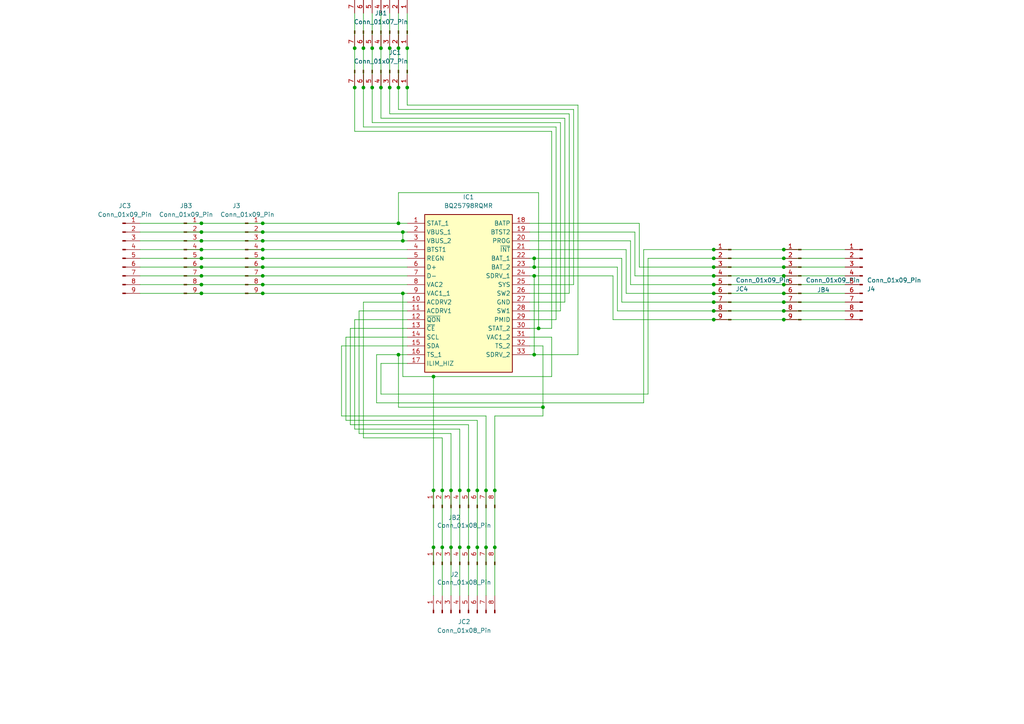
<source format=kicad_sch>
(kicad_sch (version 20231120) (generator "eeschema") (generator_version "8.0")
  (paper "A4")
  (lib_symbols
    (symbol "Connector:Conn_01x07_Pin" (pin_names (offset 1.016) hide)
      (property "Reference" "J" (at 0 10.16 0))
      (property "Value" "Conn_01x07_Pin" (at 0 -10.16 0))
      (symbol "Conn_01x07_Pin_1_1"
        (polyline (pts (xy 1.27 -7.62) (xy 0.8636 -7.62)) (stroke (width 0.1524)))
        (polyline (pts (xy 1.27 -5.08) (xy 0.8636 -5.08)) (stroke (width 0.1524)))
        (polyline (pts (xy 1.27 -2.54) (xy 0.8636 -2.54)) (stroke (width 0.1524)))
        (polyline (pts (xy 1.27 0) (xy 0.8636 0)) (stroke (width 0.1524)))
        (polyline (pts (xy 1.27 2.54) (xy 0.8636 2.54)) (stroke (width 0.1524)))
        (polyline (pts (xy 1.27 5.08) (xy 0.8636 5.08)) (stroke (width 0.1524)))
        (polyline (pts (xy 1.27 7.62) (xy 0.8636 7.62)) (stroke (width 0.1524)))
        (rectangle (start 0.8636 -7.493) (end 0 -7.747) (stroke (width 0.1524)) (fill (type outline)))
        (rectangle (start 0.8636 -4.953) (end 0 -5.207) (stroke (width 0.1524)) (fill (type outline)))
        (rectangle (start 0.8636 -2.413) (end 0 -2.667) (stroke (width 0.1524)) (fill (type outline)))
        (rectangle (start 0.8636 0.127) (end 0 -0.127) (stroke (width 0.1524)) (fill (type outline)))
        (rectangle (start 0.8636 2.667) (end 0 2.413) (stroke (width 0.1524)) (fill (type outline)))
        (rectangle (start 0.8636 5.207) (end 0 4.953) (stroke (width 0.1524)) (fill (type outline)))
        (rectangle (start 0.8636 7.747) (end 0 7.493) (stroke (width 0.1524)) (fill (type outline)))
        (pin passive line (at 5.08 7.62 180) (length 3.81) (name "Pin_1") (number "1"))
        (pin passive line (at 5.08 5.08 180) (length 3.81) (name "Pin_2") (number "2"))
        (pin passive line (at 5.08 2.54 180) (length 3.81) (name "Pin_3") (number "3"))
        (pin passive line (at 5.08 0 180) (length 3.81) (name "Pin_4") (number "4"))
        (pin passive line (at 5.08 -2.54 180) (length 3.81) (name "Pin_5") (number "5"))
        (pin passive line (at 5.08 -5.08 180) (length 3.81) (name "Pin_6") (number "6"))
        (pin passive line (at 5.08 -7.62 180) (length 3.81) (name "Pin_7") (number "7"))
      )
    )
    (symbol "Connector:Conn_01x08_Pin" (pin_names (offset 1.016) hide)
      (property "Reference" "J" (at 0 10.16 0))
      (property "Value" "Conn_01x08_Pin" (at 0 -12.7 0))
      (symbol "Conn_01x08_Pin_1_1"
        (polyline (pts (xy 1.27 -10.16) (xy 0.8636 -10.16)) (stroke (width 0.1524)))
        (polyline (pts (xy 1.27 -7.62) (xy 0.8636 -7.62)) (stroke (width 0.1524)))
        (polyline (pts (xy 1.27 -5.08) (xy 0.8636 -5.08)) (stroke (width 0.1524)))
        (polyline (pts (xy 1.27 -2.54) (xy 0.8636 -2.54)) (stroke (width 0.1524)))
        (polyline (pts (xy 1.27 0) (xy 0.8636 0)) (stroke (width 0.1524)))
        (polyline (pts (xy 1.27 2.54) (xy 0.8636 2.54)) (stroke (width 0.1524)))
        (polyline (pts (xy 1.27 5.08) (xy 0.8636 5.08)) (stroke (width 0.1524)))
        (polyline (pts (xy 1.27 7.62) (xy 0.8636 7.62)) (stroke (width 0.1524)))
        (rectangle (start 0.8636 -10.033) (end 0 -10.287) (stroke (width 0.1524)) (fill (type outline)))
        (rectangle (start 0.8636 -7.493) (end 0 -7.747) (stroke (width 0.1524)) (fill (type outline)))
        (rectangle (start 0.8636 -4.953) (end 0 -5.207) (stroke (width 0.1524)) (fill (type outline)))
        (rectangle (start 0.8636 -2.413) (end 0 -2.667) (stroke (width 0.1524)) (fill (type outline)))
        (rectangle (start 0.8636 0.127) (end 0 -0.127) (stroke (width 0.1524)) (fill (type outline)))
        (rectangle (start 0.8636 2.667) (end 0 2.413) (stroke (width 0.1524)) (fill (type outline)))
        (rectangle (start 0.8636 5.207) (end 0 4.953) (stroke (width 0.1524)) (fill (type outline)))
        (rectangle (start 0.8636 7.747) (end 0 7.493) (stroke (width 0.1524)) (fill (type outline)))
        (pin passive line (at 5.08 7.62 180) (length 3.81) (name "Pin_1") (number "1"))
        (pin passive line (at 5.08 5.08 180) (length 3.81) (name "Pin_2") (number "2"))
        (pin passive line (at 5.08 2.54 180) (length 3.81) (name "Pin_3") (number "3"))
        (pin passive line (at 5.08 0 180) (length 3.81) (name "Pin_4") (number "4"))
        (pin passive line (at 5.08 -2.54 180) (length 3.81) (name "Pin_5") (number "5"))
        (pin passive line (at 5.08 -5.08 180) (length 3.81) (name "Pin_6") (number "6"))
        (pin passive line (at 5.08 -7.62 180) (length 3.81) (name "Pin_7") (number "7"))
        (pin passive line (at 5.08 -10.16 180) (length 3.81) (name "Pin_8") (number "8"))
      )
    )
    (symbol "Connector:Conn_01x09_Pin" (pin_names (offset 1.016) hide)
      (property "Reference" "J" (at 0 12.7 0))
      (property "Value" "Conn_01x09_Pin" (at 0 -12.7 0))
      (symbol "Conn_01x09_Pin_1_1"
        (polyline (pts (xy 1.27 -10.16) (xy 0.8636 -10.16)) (stroke (width 0.1524)))
        (polyline (pts (xy 1.27 -7.62) (xy 0.8636 -7.62)) (stroke (width 0.1524)))
        (polyline (pts (xy 1.27 -5.08) (xy 0.8636 -5.08)) (stroke (width 0.1524)))
        (polyline (pts (xy 1.27 -2.54) (xy 0.8636 -2.54)) (stroke (width 0.1524)))
        (polyline (pts (xy 1.27 0) (xy 0.8636 0)) (stroke (width 0.1524)))
        (polyline (pts (xy 1.27 2.54) (xy 0.8636 2.54)) (stroke (width 0.1524)))
        (polyline (pts (xy 1.27 5.08) (xy 0.8636 5.08)) (stroke (width 0.1524)))
        (polyline (pts (xy 1.27 7.62) (xy 0.8636 7.62)) (stroke (width 0.1524)))
        (polyline (pts (xy 1.27 10.16) (xy 0.8636 10.16)) (stroke (width 0.1524)))
        (rectangle (start 0.8636 -10.033) (end 0 -10.287) (stroke (width 0.1524)) (fill (type outline)))
        (rectangle (start 0.8636 -7.493) (end 0 -7.747) (stroke (width 0.1524)) (fill (type outline)))
        (rectangle (start 0.8636 -4.953) (end 0 -5.207) (stroke (width 0.1524)) (fill (type outline)))
        (rectangle (start 0.8636 -2.413) (end 0 -2.667) (stroke (width 0.1524)) (fill (type outline)))
        (rectangle (start 0.8636 0.127) (end 0 -0.127) (stroke (width 0.1524)) (fill (type outline)))
        (rectangle (start 0.8636 2.667) (end 0 2.413) (stroke (width 0.1524)) (fill (type outline)))
        (rectangle (start 0.8636 5.207) (end 0 4.953) (stroke (width 0.1524)) (fill (type outline)))
        (rectangle (start 0.8636 7.747) (end 0 7.493) (stroke (width 0.1524)) (fill (type outline)))
        (rectangle (start 0.8636 10.287) (end 0 10.033) (stroke (width 0.1524)) (fill (type outline)))
        (pin passive line (at 5.08 10.16 180) (length 3.81) (name "Pin_1") (number "1"))
        (pin passive line (at 5.08 7.62 180) (length 3.81) (name "Pin_2") (number "2"))
        (pin passive line (at 5.08 5.08 180) (length 3.81) (name "Pin_3") (number "3"))
        (pin passive line (at 5.08 2.54 180) (length 3.81) (name "Pin_4") (number "4"))
        (pin passive line (at 5.08 0 180) (length 3.81) (name "Pin_5") (number "5"))
        (pin passive line (at 5.08 -2.54 180) (length 3.81) (name "Pin_6") (number "6"))
        (pin passive line (at 5.08 -5.08 180) (length 3.81) (name "Pin_7") (number "7"))
        (pin passive line (at 5.08 -7.62 180) (length 3.81) (name "Pin_8") (number "8"))
        (pin passive line (at 5.08 -10.16 180) (length 3.81) (name "Pin_9") (number "9"))
      )
    )
    (symbol "mouser (samacsys):BQ25798RQMR"
      (property "Reference" "IC" (at 31.75 7.62 0))
      (property "Value" "BQ25798RQMR" (at 31.75 5.08 0))
      (symbol "BQ25798RQMR_1_1"
        (rectangle (start 5.08 2.54) (end 30.48 -43.18) (stroke (width 0.254)) (fill (type background)))
        (pin passive line (at 0 0 0) (length 5.08) (name "STAT_1") (number "1"))
        (pin passive line (at 0 -22.86 0) (length 5.08) (name "ACDRV2") (number "10"))
        (pin passive line (at 0 -25.4 0) (length 5.08) (name "ACDRV1") (number "11"))
        (pin passive line (at 0 -27.94 0) (length 5.08) (name "~{QON}") (number "12"))
        (pin passive line (at 0 -30.48 0) (length 5.08) (name "~{CE}") (number "13"))
        (pin passive line (at 0 -33.02 0) (length 5.08) (name "SCL") (number "14"))
        (pin passive line (at 0 -35.56 0) (length 5.08) (name "SDA") (number "15"))
        (pin passive line (at 0 -38.1 0) (length 5.08) (name "TS_1") (number "16"))
        (pin passive line (at 0 -40.64 0) (length 5.08) (name "ILIM_HIZ") (number "17"))
        (pin passive line (at 35.56 0 180) (length 5.08) (name "BATP") (number "18"))
        (pin passive line (at 35.56 -2.54 180) (length 5.08) (name "BTST2") (number "19"))
        (pin passive line (at 0 -2.54 0) (length 5.08) (name "VBUS_1") (number "2"))
        (pin passive line (at 35.56 -5.08 180) (length 5.08) (name "PROG") (number "20"))
        (pin passive line (at 35.56 -7.62 180) (length 5.08) (name "~{INT}") (number "21"))
        (pin passive line (at 35.56 -10.16 180) (length 5.08) (name "BAT_1") (number "22"))
        (pin passive line (at 35.56 -12.7 180) (length 5.08) (name "BAT_2") (number "23"))
        (pin passive line (at 35.56 -15.24 180) (length 5.08) (name "SDRV_1") (number "24"))
        (pin passive line (at 35.56 -17.78 180) (length 5.08) (name "SYS") (number "25"))
        (pin passive line (at 35.56 -20.32 180) (length 5.08) (name "SW2") (number "26"))
        (pin passive line (at 35.56 -22.86 180) (length 5.08) (name "GND") (number "27"))
        (pin passive line (at 35.56 -25.4 180) (length 5.08) (name "SW1") (number "28"))
        (pin passive line (at 35.56 -27.94 180) (length 5.08) (name "PMID") (number "29"))
        (pin passive line (at 0 -5.08 0) (length 5.08) (name "VBUS_2") (number "3"))
        (pin passive line (at 35.56 -30.48 180) (length 5.08) (name "STAT_2") (number "30"))
        (pin passive line (at 35.56 -33.02 180) (length 5.08) (name "VAC1_2") (number "31"))
        (pin passive line (at 35.56 -35.56 180) (length 5.08) (name "TS_2") (number "32"))
        (pin passive line (at 35.56 -38.1 180) (length 5.08) (name "SDRV_2") (number "33"))
        (pin passive line (at 0 -7.62 0) (length 5.08) (name "BTST1") (number "4"))
        (pin passive line (at 0 -10.16 0) (length 5.08) (name "REGN") (number "5"))
        (pin passive line (at 0 -12.7 0) (length 5.08) (name "D+") (number "6"))
        (pin passive line (at 0 -15.24 0) (length 5.08) (name "D-") (number "7"))
        (pin passive line (at 0 -17.78 0) (length 5.08) (name "VAC2") (number "8"))
        (pin passive line (at 0 -20.32 0) (length 5.08) (name "VAC1_1") (number "9"))
      )
    )
  )
  (junction (at 58.42 64.77))
  (junction (at 110.49 25.4))
  (junction (at 140.97 158.75))
  (junction (at 157.48 118.11))
  (junction (at 227.33 80.01))
  (junction (at 58.42 77.47))
  (junction (at 135.89 158.75))
  (junction (at 207.01 90.17))
  (junction (at 58.42 67.31))
  (junction (at 154.94 80.01))
  (junction (at 76.2 64.77))
  (junction (at 207.01 72.39))
  (junction (at 154.94 77.47))
  (junction (at 115.57 102.87))
  (junction (at 58.42 80.01))
  (junction (at 207.01 80.01))
  (junction (at 143.51 158.75))
  (junction (at 207.01 85.09))
  (junction (at 105.41 25.4))
  (junction (at 207.01 92.71))
  (junction (at 76.2 80.01))
  (junction (at 227.33 90.17))
  (junction (at 227.33 74.93))
  (junction (at 227.33 87.63))
  (junction (at 125.73 158.75))
  (junction (at 133.35 158.75))
  (junction (at 102.87 13.97))
  (junction (at 118.11 13.97))
  (junction (at 227.33 82.55))
  (junction (at 76.2 72.39))
  (junction (at 107.95 13.97))
  (junction (at 58.42 85.09))
  (junction (at 115.57 64.77))
  (junction (at 116.84 69.85))
  (junction (at 227.33 92.71))
  (junction (at 76.2 69.85))
  (junction (at 115.57 25.4))
  (junction (at 118.11 25.4))
  (junction (at 133.35 142.24))
  (junction (at 207.01 82.55))
  (junction (at 135.89 142.24))
  (junction (at 110.49 13.97))
  (junction (at 130.81 158.75))
  (junction (at 128.27 142.24))
  (junction (at 125.73 109.22))
  (junction (at 138.43 158.75))
  (junction (at 113.03 13.97))
  (junction (at 128.27 158.75))
  (junction (at 227.33 77.47))
  (junction (at 113.03 25.4))
  (junction (at 76.2 74.93))
  (junction (at 207.01 77.47))
  (junction (at 143.51 142.24))
  (junction (at 116.84 67.31))
  (junction (at 76.2 82.55))
  (junction (at 207.01 74.93))
  (junction (at 207.01 87.63))
  (junction (at 58.42 69.85))
  (junction (at 125.73 142.24))
  (junction (at 138.43 142.24))
  (junction (at 116.84 85.09))
  (junction (at 58.42 82.55))
  (junction (at 76.2 67.31))
  (junction (at 76.2 77.47))
  (junction (at 58.42 74.93))
  (junction (at 102.87 25.4))
  (junction (at 154.94 74.93))
  (junction (at 76.2 85.09))
  (junction (at 58.42 72.39))
  (junction (at 154.94 102.87))
  (junction (at 227.33 72.39))
  (junction (at 105.41 13.97))
  (junction (at 107.95 25.4))
  (junction (at 130.81 142.24))
  (junction (at 156.21 95.25))
  (junction (at 115.57 13.97))
  (junction (at 227.33 85.09))
  (junction (at 140.97 142.24))
  (wire (pts (xy 157.48 100.33) (xy 157.48 118.11)))
  (wire (pts (xy 166.37 82.55) (xy 166.37 31.75)))
  (wire (pts (xy 116.84 69.85) (xy 118.11 69.85)))
  (wire (pts (xy 105.41 13.97) (xy 105.41 3.81)))
  (wire (pts (xy 153.67 100.33) (xy 157.48 100.33)))
  (wire (pts (xy 153.67 67.31) (xy 184.15 67.31)))
  (wire (pts (xy 154.94 74.93) (xy 180.34 74.93)))
  (wire (pts (xy 110.49 25.4) (xy 110.49 13.97)))
  (wire (pts (xy 115.57 31.75) (xy 115.57 25.4)))
  (wire (pts (xy 157.48 118.11) (xy 157.48 120.65)))
  (wire (pts (xy 110.49 114.3) (xy 110.49 105.41)))
  (wire (pts (xy 186.69 72.39) (xy 207.01 72.39)))
  (wire (pts (xy 116.84 67.31) (xy 116.84 69.85)))
  (wire (pts (xy 102.87 124.46) (xy 133.35 124.46)))
  (wire (pts (xy 207.01 77.47) (xy 227.33 77.47)))
  (wire (pts (xy 58.42 80.01) (xy 76.2 80.01)))
  (wire (pts (xy 130.81 158.75) (xy 130.81 142.24)))
  (wire (pts (xy 105.41 127) (xy 128.27 127)))
  (wire (pts (xy 100.33 97.79) (xy 100.33 121.92)))
  (wire (pts (xy 177.8 92.71) (xy 207.01 92.71)))
  (wire (pts (xy 102.87 25.4) (xy 102.87 38.1)))
  (wire (pts (xy 113.03 33.02) (xy 165.1 33.02)))
  (wire (pts (xy 104.14 90.17) (xy 118.11 90.17)))
  (wire (pts (xy 125.73 158.75) (xy 125.73 142.24)))
  (wire (pts (xy 227.33 77.47) (xy 245.11 77.47)))
  (wire (pts (xy 109.22 116.84) (xy 186.69 116.84)))
  (wire (pts (xy 133.35 124.46) (xy 133.35 142.24)))
  (wire (pts (xy 153.67 74.93) (xy 154.94 74.93)))
  (wire (pts (xy 166.37 31.75) (xy 115.57 31.75)))
  (wire (pts (xy 154.94 74.93) (xy 154.94 77.47)))
  (wire (pts (xy 227.33 72.39) (xy 245.11 72.39)))
  (wire (pts (xy 118.11 25.4) (xy 118.11 13.97)))
  (wire (pts (xy 118.11 13.97) (xy 118.11 3.81)))
  (wire (pts (xy 110.49 105.41) (xy 118.11 105.41)))
  (wire (pts (xy 76.2 85.09) (xy 116.84 85.09)))
  (wire (pts (xy 153.67 102.87) (xy 154.94 102.87)))
  (wire (pts (xy 185.42 64.77) (xy 185.42 77.47)))
  (wire (pts (xy 76.2 80.01) (xy 118.11 80.01)))
  (wire (pts (xy 160.02 109.22) (xy 160.02 97.79)))
  (wire (pts (xy 76.2 74.93) (xy 118.11 74.93)))
  (wire (pts (xy 58.42 85.09) (xy 76.2 85.09)))
  (wire (pts (xy 163.83 87.63) (xy 163.83 34.29)))
  (wire (pts (xy 130.81 142.24) (xy 130.81 125.73)))
  (wire (pts (xy 207.01 82.55) (xy 182.88 82.55)))
  (wire (pts (xy 76.2 82.55) (xy 118.11 82.55)))
  (wire (pts (xy 125.73 109.22) (xy 116.84 109.22)))
  (wire (pts (xy 160.02 95.25) (xy 156.21 95.25)))
  (wire (pts (xy 110.49 13.97) (xy 110.49 3.81)))
  (wire (pts (xy 207.01 92.71) (xy 227.33 92.71)))
  (wire (pts (xy 227.33 85.09) (xy 245.11 85.09)))
  (wire (pts (xy 128.27 158.75) (xy 128.27 172.72)))
  (wire (pts (xy 100.33 121.92) (xy 138.43 121.92)))
  (wire (pts (xy 128.27 127) (xy 128.27 142.24)))
  (wire (pts (xy 76.2 69.85) (xy 116.84 69.85)))
  (wire (pts (xy 140.97 158.75) (xy 140.97 142.24)))
  (wire (pts (xy 181.61 85.09) (xy 207.01 85.09)))
  (wire (pts (xy 153.67 87.63) (xy 163.83 87.63)))
  (wire (pts (xy 105.41 25.4) (xy 105.41 13.97)))
  (wire (pts (xy 58.42 82.55) (xy 76.2 82.55)))
  (wire (pts (xy 113.03 3.81) (xy 113.03 13.97)))
  (wire (pts (xy 135.89 172.72) (xy 135.89 158.75)))
  (wire (pts (xy 40.64 69.85) (xy 58.42 69.85)))
  (wire (pts (xy 153.67 72.39) (xy 181.61 72.39)))
  (wire (pts (xy 160.02 97.79) (xy 153.67 97.79)))
  (wire (pts (xy 135.89 123.19) (xy 101.6 123.19)))
  (wire (pts (xy 140.97 172.72) (xy 140.97 158.75)))
  (wire (pts (xy 167.64 30.48) (xy 118.11 30.48)))
  (wire (pts (xy 207.01 74.93) (xy 187.96 74.93)))
  (wire (pts (xy 115.57 118.11) (xy 157.48 118.11)))
  (wire (pts (xy 161.29 92.71) (xy 161.29 36.83)))
  (wire (pts (xy 58.42 64.77) (xy 76.2 64.77)))
  (wire (pts (xy 138.43 158.75) (xy 138.43 172.72)))
  (wire (pts (xy 133.35 142.24) (xy 133.35 158.75)))
  (wire (pts (xy 153.67 92.71) (xy 161.29 92.71)))
  (wire (pts (xy 153.67 80.01) (xy 154.94 80.01)))
  (wire (pts (xy 40.64 80.01) (xy 58.42 80.01)))
  (wire (pts (xy 157.48 120.65) (xy 143.51 120.65)))
  (wire (pts (xy 153.67 64.77) (xy 185.42 64.77)))
  (wire (pts (xy 99.06 100.33) (xy 118.11 100.33)))
  (wire (pts (xy 116.84 109.22) (xy 116.84 85.09)))
  (wire (pts (xy 162.56 35.56) (xy 162.56 90.17)))
  (wire (pts (xy 58.42 67.31) (xy 76.2 67.31)))
  (wire (pts (xy 113.03 25.4) (xy 113.03 33.02)))
  (wire (pts (xy 182.88 69.85) (xy 153.67 69.85)))
  (wire (pts (xy 125.73 172.72) (xy 125.73 158.75)))
  (wire (pts (xy 156.21 95.25) (xy 156.21 55.88)))
  (wire (pts (xy 207.01 80.01) (xy 227.33 80.01)))
  (wire (pts (xy 227.33 92.71) (xy 245.11 92.71)))
  (wire (pts (xy 184.15 80.01) (xy 207.01 80.01)))
  (wire (pts (xy 58.42 72.39) (xy 76.2 72.39)))
  (wire (pts (xy 128.27 142.24) (xy 128.27 158.75)))
  (wire (pts (xy 76.2 64.77) (xy 115.57 64.77)))
  (wire (pts (xy 165.1 33.02) (xy 165.1 85.09)))
  (wire (pts (xy 133.35 158.75) (xy 133.35 172.72)))
  (wire (pts (xy 185.42 77.47) (xy 207.01 77.47)))
  (wire (pts (xy 104.14 125.73) (xy 104.14 90.17)))
  (wire (pts (xy 107.95 3.81) (xy 107.95 13.97)))
  (wire (pts (xy 107.95 25.4) (xy 107.95 35.56)))
  (wire (pts (xy 143.51 158.75) (xy 143.51 172.72)))
  (wire (pts (xy 105.41 87.63) (xy 105.41 127)))
  (wire (pts (xy 40.64 77.47) (xy 58.42 77.47)))
  (wire (pts (xy 245.11 82.55) (xy 227.33 82.55)))
  (wire (pts (xy 125.73 109.22) (xy 160.02 109.22)))
  (wire (pts (xy 207.01 72.39) (xy 227.33 72.39)))
  (wire (pts (xy 154.94 80.01) (xy 177.8 80.01)))
  (wire (pts (xy 107.95 35.56) (xy 162.56 35.56)))
  (wire (pts (xy 105.41 36.83) (xy 105.41 25.4)))
  (wire (pts (xy 58.42 77.47) (xy 76.2 77.47)))
  (wire (pts (xy 180.34 87.63) (xy 207.01 87.63)))
  (wire (pts (xy 138.43 142.24) (xy 138.43 158.75)))
  (wire (pts (xy 101.6 95.25) (xy 118.11 95.25)))
  (wire (pts (xy 115.57 25.4) (xy 115.57 13.97)))
  (wire (pts (xy 140.97 120.65) (xy 99.06 120.65)))
  (wire (pts (xy 181.61 72.39) (xy 181.61 85.09)))
  (wire (pts (xy 115.57 55.88) (xy 115.57 64.77)))
  (wire (pts (xy 40.64 64.77) (xy 58.42 64.77)))
  (wire (pts (xy 177.8 80.01) (xy 177.8 92.71)))
  (wire (pts (xy 115.57 102.87) (xy 115.57 118.11)))
  (wire (pts (xy 179.07 90.17) (xy 179.07 77.47)))
  (wire (pts (xy 118.11 97.79) (xy 100.33 97.79)))
  (wire (pts (xy 154.94 80.01) (xy 154.94 102.87)))
  (wire (pts (xy 115.57 64.77) (xy 118.11 64.77)))
  (wire (pts (xy 118.11 102.87) (xy 115.57 102.87)))
  (wire (pts (xy 130.81 172.72) (xy 130.81 158.75)))
  (wire (pts (xy 113.03 13.97) (xy 113.03 25.4)))
  (wire (pts (xy 184.15 67.31) (xy 184.15 80.01)))
  (wire (pts (xy 182.88 82.55) (xy 182.88 69.85)))
  (wire (pts (xy 180.34 74.93) (xy 180.34 87.63)))
  (wire (pts (xy 156.21 95.25) (xy 153.67 95.25)))
  (wire (pts (xy 140.97 142.24) (xy 140.97 120.65)))
  (wire (pts (xy 135.89 142.24) (xy 135.89 123.19)))
  (wire (pts (xy 161.29 36.83) (xy 105.41 36.83)))
  (wire (pts (xy 227.33 90.17) (xy 207.01 90.17)))
  (wire (pts (xy 109.22 102.87) (xy 109.22 116.84)))
  (wire (pts (xy 101.6 123.19) (xy 101.6 95.25)))
  (wire (pts (xy 154.94 77.47) (xy 153.67 77.47)))
  (wire (pts (xy 186.69 116.84) (xy 186.69 72.39)))
  (wire (pts (xy 102.87 38.1) (xy 160.02 38.1)))
  (wire (pts (xy 227.33 80.01) (xy 245.11 80.01)))
  (wire (pts (xy 40.64 67.31) (xy 58.42 67.31)))
  (wire (pts (xy 130.81 125.73) (xy 104.14 125.73)))
  (wire (pts (xy 118.11 30.48) (xy 118.11 25.4)))
  (wire (pts (xy 179.07 77.47) (xy 154.94 77.47)))
  (wire (pts (xy 207.01 85.09) (xy 227.33 85.09)))
  (wire (pts (xy 153.67 82.55) (xy 166.37 82.55)))
  (wire (pts (xy 99.06 120.65) (xy 99.06 100.33)))
  (wire (pts (xy 125.73 142.24) (xy 125.73 109.22)))
  (wire (pts (xy 207.01 90.17) (xy 179.07 90.17)))
  (wire (pts (xy 154.94 102.87) (xy 167.64 102.87)))
  (wire (pts (xy 40.64 85.09) (xy 58.42 85.09)))
  (wire (pts (xy 245.11 74.93) (xy 227.33 74.93)))
  (wire (pts (xy 107.95 13.97) (xy 107.95 25.4)))
  (wire (pts (xy 116.84 85.09) (xy 118.11 85.09)))
  (wire (pts (xy 162.56 90.17) (xy 153.67 90.17)))
  (wire (pts (xy 156.21 55.88) (xy 115.57 55.88)))
  (wire (pts (xy 58.42 74.93) (xy 76.2 74.93)))
  (wire (pts (xy 76.2 72.39) (xy 118.11 72.39)))
  (wire (pts (xy 102.87 3.81) (xy 102.87 13.97)))
  (wire (pts (xy 58.42 69.85) (xy 76.2 69.85)))
  (wire (pts (xy 118.11 92.71) (xy 102.87 92.71)))
  (wire (pts (xy 163.83 34.29) (xy 110.49 34.29)))
  (wire (pts (xy 245.11 90.17) (xy 227.33 90.17)))
  (wire (pts (xy 40.64 82.55) (xy 58.42 82.55)))
  (wire (pts (xy 207.01 87.63) (xy 227.33 87.63)))
  (wire (pts (xy 40.64 72.39) (xy 58.42 72.39)))
  (wire (pts (xy 116.84 67.31) (xy 118.11 67.31)))
  (wire (pts (xy 102.87 92.71) (xy 102.87 124.46)))
  (wire (pts (xy 227.33 74.93) (xy 207.01 74.93)))
  (wire (pts (xy 76.2 77.47) (xy 118.11 77.47)))
  (wire (pts (xy 187.96 74.93) (xy 187.96 114.3)))
  (wire (pts (xy 115.57 13.97) (xy 115.57 3.81)))
  (wire (pts (xy 40.64 74.93) (xy 58.42 74.93)))
  (wire (pts (xy 115.57 102.87) (xy 109.22 102.87)))
  (wire (pts (xy 102.87 13.97) (xy 102.87 25.4)))
  (wire (pts (xy 110.49 34.29) (xy 110.49 25.4)))
  (wire (pts (xy 167.64 102.87) (xy 167.64 30.48)))
  (wire (pts (xy 227.33 87.63) (xy 245.11 87.63)))
  (wire (pts (xy 76.2 67.31) (xy 116.84 67.31)))
  (wire (pts (xy 143.51 142.24) (xy 143.51 158.75)))
  (wire (pts (xy 143.51 120.65) (xy 143.51 142.24)))
  (wire (pts (xy 135.89 158.75) (xy 135.89 142.24)))
  (wire (pts (xy 118.11 87.63) (xy 105.41 87.63)))
  (wire (pts (xy 138.43 121.92) (xy 138.43 142.24)))
  (wire (pts (xy 227.33 82.55) (xy 207.01 82.55)))
  (wire (pts (xy 165.1 85.09) (xy 153.67 85.09)))
  (wire (pts (xy 160.02 38.1) (xy 160.02 95.25)))
  (wire (pts (xy 187.96 114.3) (xy 110.49 114.3)))
  (symbol (lib_id "Connector:Conn_01x09_Pin") (at 232.41 82.55 0) (mirror y) (unit 1)
    (property "Reference" "JB4" (at 236.982 84.074 0) (effects (justify right)))
    (property "Value" "Conn_01x09_Pin" (at 233.68 81.2801 0) (effects (justify right)))
    (property "Footprint" "Connector_PinHeader_2.54mm:PinHeader_1x09_P2.54mm_Vertical" (effects (hide yes)))
    (property "Description" "Generic connector, single row, 01x09, script generated" (effects (hide yes)))
  )
  (symbol (lib_id "Connector:Conn_01x08_Pin") (at 133.35 147.32 90) (unit 1)
    (property "Reference" "JB2" (at 131.826 150.114 90))
    (property "Value" "Conn_01x08_Pin" (at 134.62 152.4 90))
    (property "Footprint" "Connector_PinHeader_2.54mm:PinHeader_1x08_P2.54mm_Vertical" (effects (hide yes)))
    (property "Description" "Generic connector, single row, 01x08, script generated" (effects (hide yes)))
  )
  (symbol (lib_id "Connector:Conn_01x08_Pin") (at 133.35 163.83 90) (unit 1)
    (property "Reference" "J2" (at 131.826 166.624 90))
    (property "Value" "Conn_01x08_Pin" (at 134.62 168.91 90))
    (property "Footprint" "Connector_PinHeader_2.54mm:PinHeader_1x08_P2.54mm_Vertical" (effects (hide yes)))
    (property "Description" "Generic connector, single row, 01x08, script generated" (effects (hide yes)))
  )
  (symbol (lib_id "mouser (samacsys):BQ25798RQMR") (at 118.11 64.77 0) (unit 1)
    (property "Reference" "IC1" (at 135.89 57.15 0))
    (property "Value" "BQ25798RQMR" (at 135.89 59.69 0))
    (property "Footprint" "mouser (samacsys):BQ25798RQMR" (effects (hide yes)))
    (property "Datasheet" "https://www.ti.com/lit/gpn/bq25798" (effects (hide yes)))
    (property "Description" "Battery Management I C controlled, 1-4-cell, 5-A buck-boost solar battery charger with dual-input selector and MPPT" (effects (hide yes)))
    (property "Height" "1" (effects (hide yes)))
    (property "Manufacturer_Name" "Texas Instruments" (effects (hide yes)))
    (property "Manufacturer_Part_Number" "BQ25798RQMR" (effects (hide yes)))
    (property "Mouser Part Number" "595-BQ25798RQMR" (effects (hide yes)))
    (property "Mouser Price/Stock" "https://www.mouser.co.uk/ProductDetail/Texas-Instruments/BQ25798RQMR?qs=ljCeji4nMDmr66dwAbNsCg%3D%3D" (effects (hide yes)))
    (property "Arrow Part Number" "BQ25798RQMR" (effects (hide yes)))
    (property "Arrow Price/Stock" "null?region=nac" (effects (hide yes)))
    (property "Bought" "bought @Ali" (effects (hide yes)))
  )
  (symbol (lib_id "Connector:Conn_01x08_Pin") (at 133.35 177.8 90) (unit 1)
    (property "Reference" "JC2" (at 134.62 180.34 90))
    (property "Value" "Conn_01x08_Pin" (at 134.62 182.88 90))
    (property "Footprint" "Connector_PinHeader_2.54mm:PinHeader_1x08_P2.54mm_Vertical" (effects (hide yes)))
    (property "Description" "Generic connector, single row, 01x08, script generated" (effects (hide yes)))
  )
  (symbol (lib_id "Connector:Conn_01x09_Pin") (at 71.12 74.93 0) (unit 1)
    (property "Reference" "J3" (at 68.58 59.69 0))
    (property "Value" "Conn_01x09_Pin" (at 71.755 62.23 0))
    (property "Footprint" "Connector_PinHeader_2.54mm:PinHeader_1x09_P2.54mm_Vertical" (effects (hide yes)))
    (property "Description" "Generic connector, single row, 01x09, script generated" (effects (hide yes)))
  )
  (symbol (lib_id "Connector:Conn_01x09_Pin") (at 35.56 74.93 0) (unit 1)
    (property "Reference" "JC3" (at 36.195 59.69 0))
    (property "Value" "Conn_01x09_Pin" (at 36.195 62.23 0))
    (property "Footprint" "Connector_PinHeader_2.54mm:PinHeader_1x09_P2.54mm_Vertical" (effects (hide yes)))
    (property "Description" "Generic connector, single row, 01x09, script generated" (effects (hide yes)))
  )
  (symbol (lib_id "Connector:Conn_01x07_Pin") (at 110.49 -1.27 270) (unit 1)
    (property "Reference" "J1" (at 107.442 -6.35 90))
    (property "Value" "Conn_01x07_Pin" (at 110.49 -3.81 90))
    (property "Footprint" "Connector_PinHeader_2.54mm:PinHeader_1x07_P2.54mm_Vertical" (effects (hide yes)))
    (property "Description" "Generic connector, single row, 01x07, script generated" (effects (hide yes)))
  )
  (symbol (lib_id "Connector:Conn_01x07_Pin") (at 110.49 20.32 270) (unit 1)
    (property "Reference" "JC1" (at 114.554 15.24 90))
    (property "Value" "Conn_01x07_Pin" (at 110.49 17.78 90))
    (property "Footprint" "Connector_PinHeader_2.54mm:PinHeader_1x07_P2.54mm_Vertical" (effects (hide yes)))
    (property "Description" "Generic connector, single row, 01x07, script generated" (effects (hide yes)))
  )
  (symbol (lib_id "Connector:Conn_01x09_Pin") (at 212.09 82.55 0) (mirror y) (unit 1)
    (property "Reference" "JC4" (at 213.36 83.8201 0) (effects (justify right)))
    (property "Value" "Conn_01x09_Pin" (at 213.36 81.2801 0) (effects (justify right)))
    (property "Footprint" "Connector_PinHeader_2.54mm:PinHeader_1x09_P2.54mm_Vertical" (effects (hide yes)))
    (property "Description" "Generic connector, single row, 01x09, script generated" (effects (hide yes)))
  )
  (symbol (lib_id "Connector:Conn_01x09_Pin") (at 53.34 74.93 0) (unit 1)
    (property "Reference" "JB3" (at 53.975 59.69 0))
    (property "Value" "Conn_01x09_Pin" (at 53.975 62.23 0))
    (property "Footprint" "Connector_PinHeader_2.54mm:PinHeader_1x09_P2.54mm_Vertical" (effects (hide yes)))
    (property "Description" "Generic connector, single row, 01x09, script generated" (effects (hide yes)))
  )
  (symbol (lib_id "Connector:Conn_01x07_Pin") (at 110.49 8.89 270) (unit 1)
    (property "Reference" "JB1" (at 110.49 3.81 90))
    (property "Value" "Conn_01x07_Pin" (at 110.49 6.35 90))
    (property "Footprint" "Connector_PinHeader_2.54mm:PinHeader_1x07_P2.54mm_Vertical" (effects (hide yes)))
    (property "Description" "Generic connector, single row, 01x07, script generated" (effects (hide yes)))
  )
  (symbol (lib_id "Connector:Conn_01x09_Pin") (at 250.19 82.55 0) (mirror y) (unit 1)
    (property "Reference" "J4" (at 251.46 83.8201 0) (effects (justify right)))
    (property "Value" "Conn_01x09_Pin" (at 251.46 81.2801 0) (effects (justify right)))
    (property "Footprint" "Connector_PinHeader_2.54mm:PinHeader_1x09_P2.54mm_Vertical" (effects (hide yes)))
    (property "Description" "Generic connector, single row, 01x09, script generated" (effects (hide yes)))
  )
)
</source>
